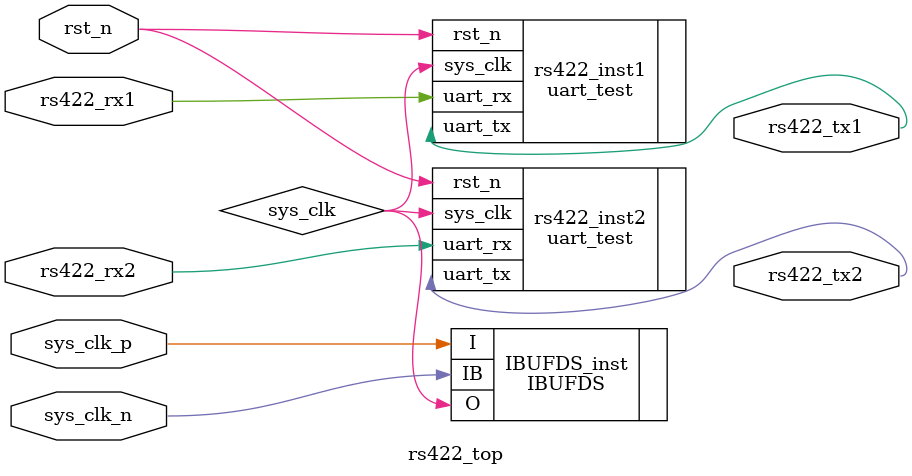
<source format=v>
`timescale 1ns / 1ps

module rs422_top(
	input      					 sys_clk_p,            //system clock 200Mhz postive pin
    input      					 sys_clk_n,            //system clock 200Mhz negetive pin 
    input                        rst_n,        //reset ,low active
	input 						 rs422_rx1,	
	output                       rs422_tx1,
	input 						 rs422_rx2,	
	output                       rs422_tx2
    );

wire sys_clk ;

IBUFDS #(
   .DIFF_TERM("FALSE"),       // Differential Termination
   .IBUF_LOW_PWR("TRUE"),     // Low power="TRUE", Highest performance="FALSE" 
   .IOSTANDARD("DEFAULT")     // Specify the input I/O standard
) IBUFDS_inst (
   .O(sys_clk),  // Buffer output
   .I(sys_clk_p),  // Diff_p buffer input (connect directly to top-level port)
   .IB(sys_clk_n) // Diff_n buffer input (connect directly to top-level port)
);
	
	
uart_test	rs422_inst1
(
    .sys_clk		(sys_clk),       //system clock 200Mhz on board
    .rst_n			(rst_n	),        //reset ,low active
	.uart_rx		(rs422_rx1),
	.uart_tx		(rs422_tx1)
);	
	
	
uart_test	rs422_inst2
(
    .sys_clk		(sys_clk),       //system clock 200Mhz on board
    .rst_n			(rst_n	),        //reset ,low active
	.uart_rx		(rs422_rx2),
	.uart_tx		(rs422_tx2)
);		
	
endmodule

</source>
